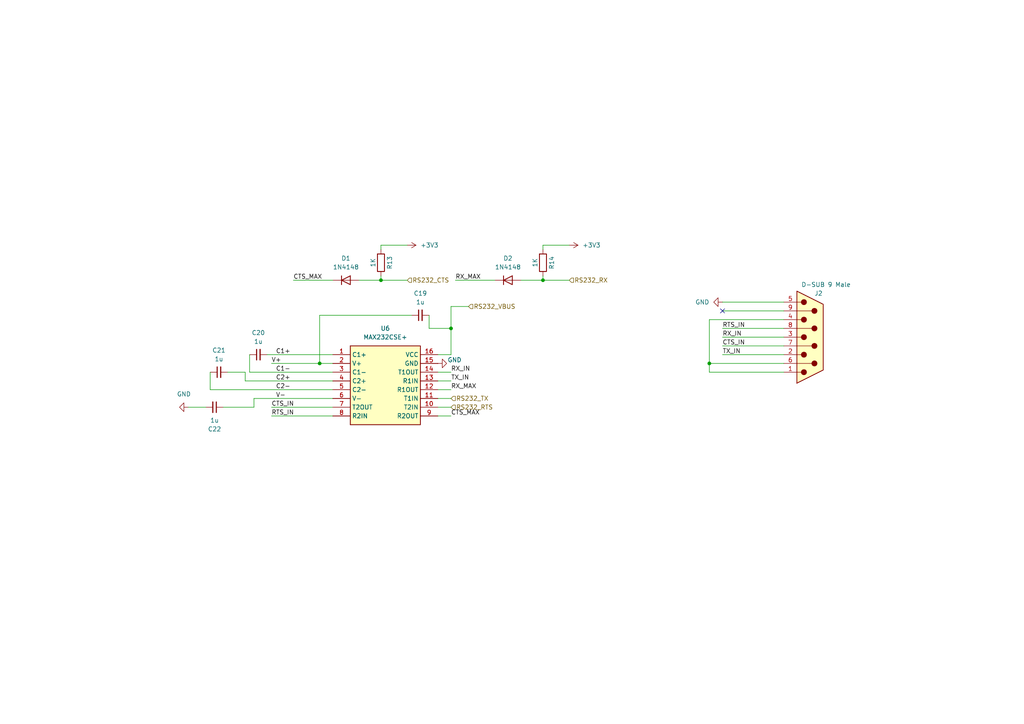
<source format=kicad_sch>
(kicad_sch (version 20250114) (generator "eeschema") (generator_version "9.0")
  (paper "A4")
  (title_block (title "${NAME}") (date "2025-06-22") (rev "${VERSION}") (company "Mikhail Matveev") (comment 1 "https://github.com/xtremespb/frank"))
  (lib_symbols
    (symbol "Device:C_Small" (pin_numbers (hide yes)) (pin_names (offset 0.254) (hide yes))
      (property "Reference" "C" (at 0.254 1.778 0))
      (property "Value" "C_Small" (at 0.254 -2.032 0))
      (symbol "C_Small_0_1"
        (polyline (pts (xy -1.524 0.508) (xy 1.524 0.508)) (stroke (width 0.3048)))
        (polyline (pts (xy -1.524 -0.508) (xy 1.524 -0.508)) (stroke (width 0.3302)))
      )
      (symbol "C_Small_1_1"
        (pin passive line (at 0 2.54 270) (length 2.032) (name "~") (number "1"))
        (pin passive line (at 0 -2.54 90) (length 2.032) (name "~") (number "2"))
      )
    )
    (symbol "Device:R" (pin_numbers (hide yes)) (pin_names (offset 0))
      (property "Reference" "R" (at 2.032 0 90))
      (property "Value" "R" (at 0 0 90))
      (symbol "R_0_1"
        (rectangle (start -1.016 -2.54) (end 1.016 2.54) (stroke (width 0.254)))
      )
      (symbol "R_1_1"
        (pin passive line (at 0 3.81 270) (length 1.27) (name "~") (number "1"))
        (pin passive line (at 0 -3.81 90) (length 1.27) (name "~") (number "2"))
      )
    )
    (symbol "Diode:1N4148" (pin_numbers (hide yes)) (pin_names (hide yes))
      (property "Reference" "D" (at 0 2.54 0))
      (property "Value" "1N4148" (at 0 -2.54 0))
      (symbol "1N4148_0_1"
        (polyline (pts (xy -1.27 1.27) (xy -1.27 -1.27)) (stroke (width 0.254)))
        (polyline (pts (xy 1.27 1.27) (xy 1.27 -1.27) (xy -1.27 0) (xy 1.27 1.27)) (stroke (width 0.254)))
        (polyline (pts (xy 1.27 0) (xy -1.27 0)))
      )
      (symbol "1N4148_1_1"
        (pin passive line (at -3.81 0 0) (length 2.54) (name "K") (number "1"))
        (pin passive line (at 3.81 0 180) (length 2.54) (name "A") (number "2"))
      )
    )
    (symbol "FRANK:DB9_Male_Small" (pin_names (offset 1.016) (hide yes))
      (property "Reference" "JOY1" (at 1.27 12.7 0))
      (symbol "DB9_Male_Small_0_1"
        (polyline (pts (xy -3.81 10.16) (xy -2.54 10.16)))
        (polyline (pts (xy -3.81 7.62) (xy 0.508 7.62)))
        (polyline (pts (xy -3.81 5.08) (xy -2.54 5.08)))
        (polyline (pts (xy -3.81 2.54) (xy 0.508 2.54)))
        (polyline (pts (xy -3.81 0) (xy -2.54 0)))
        (polyline (pts (xy -3.81 -2.54) (xy 0.508 -2.54)))
        (polyline (pts (xy -3.81 -5.08) (xy -2.54 -5.08)))
        (polyline (pts (xy -3.81 -7.62) (xy 0.508 -7.62)))
        (polyline (pts (xy -3.81 -10.16) (xy -2.54 -10.16)))
        (polyline (pts (xy -3.81 -13.335) (xy -3.81 13.335) (xy 3.81 9.525) (xy 3.81 -9.525) (xy -3.81 -13.335)) (stroke (width 0.254)) (fill (type background)))
        (circle (center -1.778 10.16) (radius 0.762) (fill (type outline)))
        (circle (center -1.778 5.08) (radius 0.762) (fill (type outline)))
        (circle (center -1.778 0) (radius 0.762) (fill (type outline)))
        (circle (center -1.778 -5.08) (radius 0.762) (fill (type outline)))
        (circle (center -1.778 -10.16) (radius 0.762) (fill (type outline)))
        (circle (center 1.27 7.62) (radius 0.762) (fill (type outline)))
        (circle (center 1.27 2.54) (radius 0.762) (fill (type outline)))
        (circle (center 1.27 -2.54) (radius 0.762) (fill (type outline)))
        (circle (center 1.27 -7.62) (radius 0.762) (fill (type outline)))
      )
      (symbol "DB9_Male_Small_1_1"
        (pin passive line (at -7.62 10.16 0) (length 3.81) (name "5") (number "5"))
        (pin passive line (at -7.62 7.62 0) (length 3.81) (name "9") (number "9"))
        (pin passive line (at -7.62 5.08 0) (length 3.81) (name "4") (number "4"))
        (pin passive line (at -7.62 2.54 0) (length 3.81) (name "8") (number "8"))
        (pin passive line (at -7.62 0 0) (length 3.81) (name "3") (number "3"))
        (pin passive line (at -7.62 -2.54 0) (length 3.81) (name "7") (number "7"))
        (pin passive line (at -7.62 -5.08 0) (length 3.81) (name "2") (number "2"))
        (pin passive line (at -7.62 -7.62 0) (length 3.81) (name "6") (number "6"))
        (pin passive line (at -7.62 -10.16 0) (length 3.81) (name "1") (number "1"))
      )
    )
    (symbol "FRANK:MAX232CSE+"
      (property "Reference" "MAX1" (at 15.24 7.62 0))
      (property "Value" "MAX232CSE+" (at 15.24 5.08 0))
      (symbol "MAX232CSE+_1_1"
        (rectangle (start 5.08 2.54) (end 25.4 -20.32) (stroke (width 0.254)) (fill (type background)))
        (pin passive line (at 0 0 0) (length 5.08) (name "C1+") (number "1"))
        (pin passive line (at 0 -2.54 0) (length 5.08) (name "V+") (number "2"))
        (pin passive line (at 0 -5.08 0) (length 5.08) (name "C1-") (number "3"))
        (pin passive line (at 0 -7.62 0) (length 5.08) (name "C2+") (number "4"))
        (pin passive line (at 0 -10.16 0) (length 5.08) (name "C2-") (number "5"))
        (pin passive line (at 0 -12.7 0) (length 5.08) (name "V-") (number "6"))
        (pin passive line (at 0 -15.24 0) (length 5.08) (name "T2OUT") (number "7"))
        (pin passive line (at 0 -17.78 0) (length 5.08) (name "R2IN") (number "8"))
        (pin passive line (at 30.48 0 180) (length 5.08) (name "VCC") (number "16"))
        (pin passive line (at 30.48 -2.54 180) (length 5.08) (name "GND") (number "15"))
        (pin passive line (at 30.48 -5.08 180) (length 5.08) (name "T1OUT") (number "14"))
        (pin passive line (at 30.48 -7.62 180) (length 5.08) (name "R1IN") (number "13"))
        (pin passive line (at 30.48 -10.16 180) (length 5.08) (name "R1OUT") (number "12"))
        (pin passive line (at 30.48 -12.7 180) (length 5.08) (name "T1IN") (number "11"))
        (pin passive line (at 30.48 -15.24 180) (length 5.08) (name "T2IN") (number "10"))
        (pin passive line (at 30.48 -17.78 180) (length 5.08) (name "R2OUT") (number "9"))
      )
    )
    (symbol "GND_2" (power) (pin_numbers (hide yes)) (pin_names (offset 0) (hide yes))
      (property "Value" "GND" (at 0 -3.81 0))
      (symbol "GND_2_0_1"
        (polyline (pts (xy 0 0) (xy 0 -1.27) (xy 1.27 -1.27) (xy 0 -2.54) (xy -1.27 -1.27) (xy 0 -1.27)))
      )
      (symbol "GND_2_1_1"
        (pin power_in line (at 0 0 270) (length 0) (name "~") (number "1"))
      )
    )
    (symbol "GND_3" (power) (pin_numbers (hide yes)) (pin_names (offset 0) (hide yes))
      (property "Value" "GND" (at 0 -3.81 0))
      (symbol "GND_3_0_1"
        (polyline (pts (xy 0 0) (xy 0 -1.27) (xy 1.27 -1.27) (xy 0 -2.54) (xy -1.27 -1.27) (xy 0 -1.27)))
      )
      (symbol "GND_3_1_1"
        (pin power_in line (at 0 0 270) (length 0) (name "~") (number "1"))
      )
    )
    (symbol "GND_7" (power) (pin_numbers (hide yes)) (pin_names (offset 0) (hide yes))
      (property "Value" "GND" (at 0 -3.81 0))
      (symbol "GND_7_0_1"
        (polyline (pts (xy 0 0) (xy 0 -1.27) (xy 1.27 -1.27) (xy 0 -2.54) (xy -1.27 -1.27) (xy 0 -1.27)))
      )
      (symbol "GND_7_1_1"
        (pin power_in line (at 0 0 270) (length 0) (name "~") (number "1"))
      )
    )
    (symbol "power:+3V3" (power) (pin_numbers (hide yes)) (pin_names (offset 0) (hide yes))
      (property "Value" "+3V3" (at 0 3.556 0))
      (symbol "+3V3_0_1"
        (polyline (pts (xy -0.762 1.27) (xy 0 2.54)))
        (polyline (pts (xy 0 2.54) (xy 0.762 1.27)))
        (polyline (pts (xy 0 0) (xy 0 2.54)))
      )
      (symbol "+3V3_1_1"
        (pin power_in line (at 0 0 90) (length 0) (name "~") (number "1"))
      )
    )
  )
  (junction (at 110.49 81.28))
  (junction (at 157.48 81.28))
  (junction (at 205.74 105.41))
  (junction (at 130.81 95.25))
  (junction (at 92.71 105.41))
  (no_connect (at 209.55 90.17))
  (wire (pts (xy 127 118.11) (xy 130.81 118.11)))
  (wire (pts (xy 127 113.03) (xy 130.81 113.03)))
  (wire (pts (xy 73.66 118.11) (xy 73.66 115.57)))
  (wire (pts (xy 205.74 107.95) (xy 205.74 105.41)))
  (wire (pts (xy 59.69 118.11) (xy 54.61 118.11)))
  (wire (pts (xy 73.66 115.57) (xy 96.52 115.57)))
  (wire (pts (xy 157.48 71.12) (xy 157.48 72.39)))
  (wire (pts (xy 124.46 95.25) (xy 124.46 91.44)))
  (wire (pts (xy 60.96 113.03) (xy 96.52 113.03)))
  (wire (pts (xy 64.77 118.11) (xy 73.66 118.11)))
  (wire (pts (xy 77.47 102.87) (xy 96.52 102.87)))
  (wire (pts (xy 205.74 105.41) (xy 205.74 92.71)))
  (wire (pts (xy 205.74 92.71) (xy 227.33 92.71)))
  (wire (pts (xy 110.49 80.01) (xy 110.49 81.28)))
  (wire (pts (xy 132.08 81.28) (xy 143.51 81.28)))
  (wire (pts (xy 151.13 81.28) (xy 157.48 81.28)))
  (wire (pts (xy 127 102.87) (xy 130.81 102.87)))
  (wire (pts (xy 78.74 118.11) (xy 96.52 118.11)))
  (wire (pts (xy 78.74 120.65) (xy 96.52 120.65)))
  (wire (pts (xy 205.74 105.41) (xy 227.33 105.41)))
  (wire (pts (xy 66.04 107.95) (xy 71.12 107.95)))
  (wire (pts (xy 209.55 102.87) (xy 227.33 102.87)))
  (wire (pts (xy 130.81 88.9) (xy 135.89 88.9)))
  (wire (pts (xy 110.49 81.28) (xy 118.11 81.28)))
  (wire (pts (xy 92.71 91.44) (xy 92.71 105.41)))
  (wire (pts (xy 72.39 102.87) (xy 72.39 107.95)))
  (wire (pts (xy 72.39 107.95) (xy 96.52 107.95)))
  (wire (pts (xy 209.55 100.33) (xy 227.33 100.33)))
  (wire (pts (xy 209.55 95.25) (xy 227.33 95.25)))
  (wire (pts (xy 71.12 107.95) (xy 71.12 110.49)))
  (wire (pts (xy 127 120.65) (xy 130.81 120.65)))
  (wire (pts (xy 71.12 110.49) (xy 96.52 110.49)))
  (wire (pts (xy 118.11 71.12) (xy 110.49 71.12)))
  (wire (pts (xy 209.55 87.63) (xy 227.33 87.63)))
  (wire (pts (xy 165.1 71.12) (xy 157.48 71.12)))
  (wire (pts (xy 60.96 107.95) (xy 60.96 113.03)))
  (wire (pts (xy 78.74 105.41) (xy 92.71 105.41)))
  (wire (pts (xy 110.49 71.12) (xy 110.49 72.39)))
  (wire (pts (xy 92.71 105.41) (xy 96.52 105.41)))
  (wire (pts (xy 119.38 91.44) (xy 92.71 91.44)))
  (wire (pts (xy 104.14 81.28) (xy 110.49 81.28)))
  (wire (pts (xy 157.48 80.01) (xy 157.48 81.28)))
  (wire (pts (xy 209.55 90.17) (xy 227.33 90.17)))
  (wire (pts (xy 157.48 81.28) (xy 165.1 81.28)))
  (wire (pts (xy 127 107.95) (xy 130.81 107.95)))
  (wire (pts (xy 127 110.49) (xy 130.81 110.49)))
  (wire (pts (xy 205.74 107.95) (xy 227.33 107.95)))
  (wire (pts (xy 130.81 95.25) (xy 130.81 88.9)))
  (wire (pts (xy 130.81 95.25) (xy 130.81 102.87)))
  (wire (pts (xy 127 115.57) (xy 130.81 115.57)))
  (wire (pts (xy 85.09 81.28) (xy 96.52 81.28)))
  (wire (pts (xy 209.55 97.79) (xy 227.33 97.79)))
  (wire (pts (xy 124.46 95.25) (xy 130.81 95.25)))
  (label "CTS_MAX" (at 130.81 120.65 0))
  (label "RX_IN" (at 130.81 107.95 0))
  (label "CTS_IN" (at 78.74 118.11 0))
  (label "CTS_MAX" (at 85.09 81.28 0))
  (label "RX_MAX" (at 132.08 81.28 0))
  (label "TX_IN" (at 209.55 102.87 0))
  (label "C1-" (at 80.01 107.95 0))
  (label "V-" (at 80.01 115.57 0))
  (label "RTS_IN" (at 209.55 95.25 0))
  (label "C2-" (at 80.01 113.03 0))
  (label "RX_MAX" (at 130.81 113.03 0))
  (label "C1+" (at 80.01 102.87 0))
  (label "RTS_IN" (at 78.74 120.65 0))
  (label "C2+" (at 80.01 110.49 0))
  (label "CTS_IN" (at 209.55 100.33 0))
  (label "TX_IN" (at 130.81 110.49 0))
  (label "RX_IN" (at 209.55 97.79 0))
  (label "V+" (at 78.74 105.41 0))
  (hierarchical_label "RS232_RX" (shape input) (at 165.1 81.28 0))
  (hierarchical_label "RS232_CTS" (shape input) (at 118.11 81.28 0))
  (hierarchical_label "RS232_RTS" (shape input) (at 130.81 118.11 0))
  (hierarchical_label "RS232_VBUS" (shape input) (at 135.89 88.9 0))
  (hierarchical_label "RS232_TX" (shape input) (at 130.81 115.57 0))
  (symbol (lib_id "Device:C_Small") (at 74.93 102.87 90) (unit 1)
    (property "Reference" "C20" (at 74.9363 96.52 90))
    (property "Value" "1u" (at 74.9363 99.06 90))
    (property "Footprint" "FRANK:Capacitor (0805)" (effects (hide yes)))
    (property "Datasheet" "https://eu.mouser.com/datasheet/2/40/KGM_X7R-3223212.pdf" (effects (hide yes)))
    (property "Description" "Unpolarized capacitor, small symbol" (effects (hide yes)))
    (property "AliExpress" "https://www.aliexpress.com/item/33008008276.html" (effects (hide yes)))
  )
  (symbol (lib_id "power:+3V3") (at 118.11 71.12 270) (unit 1)
    (property "Reference" "#PWR041" (effects (hide yes)))
    (property "Value" "+3V3" (at 121.92 71.1199 90) (effects (justify left)))
    (property "Description" "Power symbol creates a global label with name \"+3V3\"" (effects (hide yes)))
  )
  (symbol (lib_id "Device:C_Small") (at 63.5 107.95 90) (unit 1)
    (property "Reference" "C21" (at 63.5063 101.6 90))
    (property "Value" "1u" (at 63.5063 104.14 90))
    (property "Footprint" "FRANK:Capacitor (0805)" (effects (hide yes)))
    (property "Datasheet" "https://eu.mouser.com/datasheet/2/40/KGM_X7R-3223212.pdf" (effects (hide yes)))
    (property "Description" "Unpolarized capacitor, small symbol" (effects (hide yes)))
    (property "AliExpress" "https://www.aliexpress.com/item/33008008276.html" (effects (hide yes)))
  )
  (symbol (lib_id "Device:C_Small") (at 121.92 91.44 90) (unit 1)
    (property "Reference" "C19" (at 121.9263 85.09 90))
    (property "Value" "1u" (at 121.9263 87.63 90))
    (property "Footprint" "FRANK:Capacitor (0805)" (effects (hide yes)))
    (property "Datasheet" "https://eu.mouser.com/datasheet/2/40/KGM_X7R-3223212.pdf" (effects (hide yes)))
    (property "Description" "Unpolarized capacitor, small symbol" (effects (hide yes)))
    (property "AliExpress" "https://www.aliexpress.com/item/33008008276.html" (effects (hide yes)))
  )
  (symbol (lib_id "power:+3V3") (at 165.1 71.12 270) (unit 1)
    (property "Reference" "#PWR042" (effects (hide yes)))
    (property "Value" "+3V3" (at 168.91 71.1199 90) (effects (justify left)))
    (property "Description" "Power symbol creates a global label with name \"+3V3\"" (effects (hide yes)))
  )
  (symbol (lib_id "Device:R") (at 157.48 76.2 180) (unit 1)
    (property "Reference" "R14" (at 160.02 76.2 90))
    (property "Value" "1K" (at 155.194 76.2 90))
    (property "Footprint" "FRANK:Resistor (0805)" (effects (hide yes)))
    (property "Datasheet" "https://www.vishay.com/docs/28952/mcs0402at-mct0603at-mcu0805at-mca1206at.pdf" (effects (hide yes)))
    (property "AliExpress" "https://www.aliexpress.com/item/1005005945735199.html" (effects (hide yes)))
  )
  (symbol (lib_id "Device:C_Small") (at 62.23 118.11 270) (unit 1)
    (property "Reference" "C22" (at 62.23 124.46 90))
    (property "Value" "1u" (at 62.23 121.92 90))
    (property "Footprint" "FRANK:Capacitor (0805)" (effects (hide yes)))
    (property "Datasheet" "https://eu.mouser.com/datasheet/2/40/KGM_X7R-3223212.pdf" (effects (hide yes)))
    (property "Description" "Unpolarized capacitor, small symbol" (effects (hide yes)))
    (property "AliExpress" "https://www.aliexpress.com/item/33008008276.html" (effects (hide yes)))
  )
  (symbol (lib_name "GND_3") (lib_id "power:GND") (at 209.55 87.63 270) (unit 1)
    (property "Reference" "#PWR043" (effects (hide yes)))
    (property "Value" "GND" (at 205.74 87.6299 90) (effects (justify right)))
    (property "Description" "Power symbol creates a global label with name \"GND\" , ground" (effects (hide yes)))
  )
  (symbol (lib_id "Diode:1N4148") (at 147.32 81.28 0) (unit 1)
    (property "Reference" "D2" (at 147.32 74.93 0))
    (property "Value" "1N4148" (at 147.32 77.47 0))
    (property "Footprint" "FRANK:Diode (SOD-323)" (effects (hide yes)))
    (property "Datasheet" "https://www.vishay.com/docs/85748/1n4148w.pdf" (effects (hide yes)))
    (property "Description" "100V 0.15A standard switching diode, DO-35" (effects (hide yes)))
    (property "Sim.Device" "D" (effects (hide yes)))
    (property "Sim.Pins" "1=K 2=A" (effects (hide yes)))
    (property "AliExpress" "https://www.aliexpress.com/item/1005005707644429.html" (effects (hide yes)))
  )
  (symbol (lib_id "FRANK:MAX232CSE+") (at 96.52 102.87 0) (unit 1)
    (property "Reference" "U6" (at 111.76 95.25 0))
    (property "Value" "MAX232CSE+" (at 111.76 97.79 0))
    (property "Footprint" "LIBS:SOIC127P600X175-16N" (effects (hide yes)))
    (property "Datasheet" "http://datasheets.maximintegrated.com/en/ds/MAX220-MAX249.pdf" (effects (hide yes)))
    (property "Description" "MAX232CSE+, Line Transceiver, EIA/TIA-232-E, RS-232, V.24, V.28 2-TX 2-RX 2-TRX, 5V, 16-Pin SOIC" (effects (hide yes)))
    (property "Height" "1.75" (effects (hide yes)))
    (property "Mouser Part Number" "700-MAX232CSE" (effects (hide yes)))
    (property "Mouser Price/Stock" "https://www.mouser.co.uk/ProductDetail/Analog-Devices-Maxim-Integrated/MAX232CSE%2b?qs=1THa7WoU59E0tHinO%252BHrBQ%3D%3D" (effects (hide yes)))
    (property "Manufacturer_Name" "Analog Devices" (effects (hide yes)))
    (property "Manufacturer_Part_Number" "MAX232CSE+" (effects (hide yes)))
    (property "AliExpress" "https://www.aliexpress.com/item/1005006286473801.html" (effects (hide yes)))
  )
  (symbol (lib_name "GND_7") (lib_id "power:GND") (at 54.61 118.11 270) (unit 1)
    (property "Reference" "#PWR045" (effects (hide yes)))
    (property "Value" "GND" (at 53.34 114.3 90))
    (property "Description" "Power symbol creates a global label with name \"GND\" , ground" (effects (hide yes)))
  )
  (symbol (lib_id "Device:R") (at 110.49 76.2 180) (unit 1)
    (property "Reference" "R13" (at 113.03 76.2 90))
    (property "Value" "1K" (at 108.204 76.2 90))
    (property "Footprint" "FRANK:Resistor (0805)" (effects (hide yes)))
    (property "Datasheet" "https://www.vishay.com/docs/28952/mcs0402at-mct0603at-mcu0805at-mca1206at.pdf" (effects (hide yes)))
    (property "AliExpress" "https://www.aliexpress.com/item/1005005945735199.html" (effects (hide yes)))
  )
  (symbol (lib_name "GND_2") (lib_id "power:GND") (at 127 105.41 90) (unit 1)
    (property "Reference" "#PWR044" (effects (hide yes)))
    (property "Value" "GND" (at 129.794 104.394 90) (effects (justify right)))
    (property "Description" "Power symbol creates a global label with name \"GND\" , ground" (effects (hide yes)))
  )
  (symbol (lib_id "Diode:1N4148") (at 100.33 81.28 0) (unit 1)
    (property "Reference" "D1" (at 100.33 74.93 0))
    (property "Value" "1N4148" (at 100.33 77.47 0))
    (property "Footprint" "FRANK:Diode (SOD-323)" (effects (hide yes)))
    (property "Datasheet" "https://www.vishay.com/docs/85748/1n4148w.pdf" (effects (hide yes)))
    (property "Description" "100V 0.15A standard switching diode, DO-35" (effects (hide yes)))
    (property "Sim.Device" "D" (effects (hide yes)))
    (property "Sim.Pins" "1=K 2=A" (effects (hide yes)))
    (property "AliExpress" "https://www.aliexpress.com/item/1005005707644429.html" (effects (hide yes)))
  )
  (symbol (lib_id "FRANK:DB9_Male_Small") (at 234.95 97.79 0) (unit 1)
    (property "Reference" "J2" (at 236.22 85.09 0) (effects (justify left)))
    (property "Value" "D-SUB 9 Male" (at 232.41 82.55 0) (effects (justify left)))
    (property "Footprint" "FRANK:D-SUB (9 pin, male, top mount)" (effects (hide yes)))
    (property "Datasheet" "https://eu.mouser.com/datasheet/2/578/original-3313093.pdf" (effects (hide yes)))
    (property "AliExpress" "https://www.aliexpress.com/item/4001214300548.html" (effects (hide yes)))
  )
)
</source>
